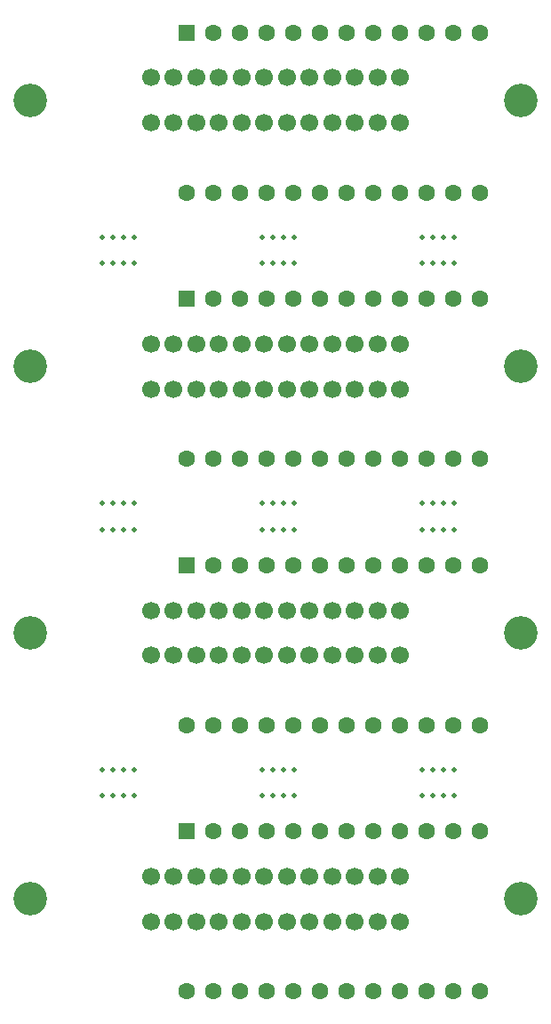
<source format=gbr>
G04 #@! TF.GenerationSoftware,KiCad,Pcbnew,5.1.7-a382d34a8~87~ubuntu20.04.1*
G04 #@! TF.CreationDate,2020-11-15T14:28:19+09:00*
G04 #@! TF.ProjectId,adapter-panel,61646170-7465-4722-9d70-616e656c2e6b,rev?*
G04 #@! TF.SameCoordinates,Original*
G04 #@! TF.FileFunction,Soldermask,Top*
G04 #@! TF.FilePolarity,Negative*
%FSLAX46Y46*%
G04 Gerber Fmt 4.6, Leading zero omitted, Abs format (unit mm)*
G04 Created by KiCad (PCBNEW 5.1.7-a382d34a8~87~ubuntu20.04.1) date 2020-11-15 14:28:19*
%MOMM*%
%LPD*%
G01*
G04 APERTURE LIST*
%ADD10C,0.500000*%
%ADD11C,1.700000*%
%ADD12C,3.200000*%
%ADD13R,1.600000X1.600000*%
%ADD14C,1.600000*%
G04 APERTURE END LIST*
D10*
G04 #@! TO.C,REF\u002A\u002A*
X106520006Y-138819026D03*
G04 #@! TD*
G04 #@! TO.C,REF\u002A\u002A*
X105520006Y-138819025D03*
G04 #@! TD*
G04 #@! TO.C,REF\u002A\u002A*
X104520006Y-138819025D03*
G04 #@! TD*
G04 #@! TO.C,REF\u002A\u002A*
X103520006Y-138819024D03*
G04 #@! TD*
G04 #@! TO.C,REF\u002A\u002A*
X91280004Y-138819017D03*
G04 #@! TD*
G04 #@! TO.C,REF\u002A\u002A*
X90280004Y-138819016D03*
G04 #@! TD*
G04 #@! TO.C,REF\u002A\u002A*
X89280004Y-138819016D03*
G04 #@! TD*
G04 #@! TO.C,REF\u002A\u002A*
X88280004Y-138819015D03*
G04 #@! TD*
G04 #@! TO.C,REF\u002A\u002A*
X76040001Y-138819008D03*
G04 #@! TD*
G04 #@! TO.C,REF\u002A\u002A*
X75040001Y-138819007D03*
G04 #@! TD*
G04 #@! TO.C,REF\u002A\u002A*
X74040001Y-138819007D03*
G04 #@! TD*
G04 #@! TO.C,REF\u002A\u002A*
X73040001Y-138819006D03*
G04 #@! TD*
G04 #@! TO.C,REF\u002A\u002A*
X103520006Y-136321005D03*
G04 #@! TD*
G04 #@! TO.C,REF\u002A\u002A*
X104520006Y-136321005D03*
G04 #@! TD*
G04 #@! TO.C,REF\u002A\u002A*
X105520006Y-136321004D03*
G04 #@! TD*
G04 #@! TO.C,REF\u002A\u002A*
X106520006Y-136321004D03*
G04 #@! TD*
G04 #@! TO.C,REF\u002A\u002A*
X88280004Y-136321011D03*
G04 #@! TD*
G04 #@! TO.C,REF\u002A\u002A*
X89280004Y-136321011D03*
G04 #@! TD*
G04 #@! TO.C,REF\u002A\u002A*
X90280004Y-136321010D03*
G04 #@! TD*
G04 #@! TO.C,REF\u002A\u002A*
X91280004Y-136321010D03*
G04 #@! TD*
G04 #@! TO.C,REF\u002A\u002A*
X73040001Y-136321017D03*
G04 #@! TD*
G04 #@! TO.C,REF\u002A\u002A*
X74040001Y-136321017D03*
G04 #@! TD*
G04 #@! TO.C,REF\u002A\u002A*
X75040001Y-136321016D03*
G04 #@! TD*
G04 #@! TO.C,REF\u002A\u002A*
X76040001Y-136321016D03*
G04 #@! TD*
G04 #@! TO.C,REF\u002A\u002A*
X106520006Y-113459017D03*
G04 #@! TD*
G04 #@! TO.C,REF\u002A\u002A*
X105520006Y-113459017D03*
G04 #@! TD*
G04 #@! TO.C,REF\u002A\u002A*
X104520006Y-113459016D03*
G04 #@! TD*
G04 #@! TO.C,REF\u002A\u002A*
X103520006Y-113459016D03*
G04 #@! TD*
G04 #@! TO.C,REF\u002A\u002A*
X91280004Y-113459011D03*
G04 #@! TD*
G04 #@! TO.C,REF\u002A\u002A*
X90280004Y-113459011D03*
G04 #@! TD*
G04 #@! TO.C,REF\u002A\u002A*
X89280004Y-113459010D03*
G04 #@! TD*
G04 #@! TO.C,REF\u002A\u002A*
X88280004Y-113459010D03*
G04 #@! TD*
G04 #@! TO.C,REF\u002A\u002A*
X76040001Y-113459005D03*
G04 #@! TD*
G04 #@! TO.C,REF\u002A\u002A*
X75040001Y-113459005D03*
G04 #@! TD*
G04 #@! TO.C,REF\u002A\u002A*
X74040001Y-113459004D03*
G04 #@! TD*
G04 #@! TO.C,REF\u002A\u002A*
X73040001Y-113459004D03*
G04 #@! TD*
G04 #@! TO.C,REF\u002A\u002A*
X103520006Y-110961002D03*
G04 #@! TD*
G04 #@! TO.C,REF\u002A\u002A*
X104520006Y-110961002D03*
G04 #@! TD*
G04 #@! TO.C,REF\u002A\u002A*
X105520006Y-110961002D03*
G04 #@! TD*
G04 #@! TO.C,REF\u002A\u002A*
X106520006Y-110961002D03*
G04 #@! TD*
G04 #@! TO.C,REF\u002A\u002A*
X88280004Y-110961005D03*
G04 #@! TD*
G04 #@! TO.C,REF\u002A\u002A*
X89280004Y-110961005D03*
G04 #@! TD*
G04 #@! TO.C,REF\u002A\u002A*
X90280004Y-110961005D03*
G04 #@! TD*
G04 #@! TO.C,REF\u002A\u002A*
X91280004Y-110961005D03*
G04 #@! TD*
G04 #@! TO.C,REF\u002A\u002A*
X73040001Y-110961008D03*
G04 #@! TD*
G04 #@! TO.C,REF\u002A\u002A*
X74040001Y-110961008D03*
G04 #@! TD*
G04 #@! TO.C,REF\u002A\u002A*
X75040001Y-110961008D03*
G04 #@! TD*
G04 #@! TO.C,REF\u002A\u002A*
X76040001Y-110961008D03*
G04 #@! TD*
G04 #@! TO.C,REF\u002A\u002A*
X106520006Y-88099008D03*
G04 #@! TD*
G04 #@! TO.C,REF\u002A\u002A*
X105520006Y-88099008D03*
G04 #@! TD*
G04 #@! TO.C,REF\u002A\u002A*
X104520006Y-88099008D03*
G04 #@! TD*
G04 #@! TO.C,REF\u002A\u002A*
X103520006Y-88099008D03*
G04 #@! TD*
G04 #@! TO.C,REF\u002A\u002A*
X91280004Y-88099005D03*
G04 #@! TD*
G04 #@! TO.C,REF\u002A\u002A*
X90280004Y-88099005D03*
G04 #@! TD*
G04 #@! TO.C,REF\u002A\u002A*
X89280004Y-88099005D03*
G04 #@! TD*
G04 #@! TO.C,REF\u002A\u002A*
X88280004Y-88099005D03*
G04 #@! TD*
G04 #@! TO.C,REF\u002A\u002A*
X76040001Y-88099002D03*
G04 #@! TD*
G04 #@! TO.C,REF\u002A\u002A*
X75040001Y-88099002D03*
G04 #@! TD*
G04 #@! TO.C,REF\u002A\u002A*
X74040001Y-88099002D03*
G04 #@! TD*
G04 #@! TO.C,REF\u002A\u002A*
X73040001Y-88099002D03*
G04 #@! TD*
G04 #@! TO.C,REF\u002A\u002A*
X103520006Y-85601000D03*
G04 #@! TD*
G04 #@! TO.C,REF\u002A\u002A*
X104520006Y-85601000D03*
G04 #@! TD*
G04 #@! TO.C,REF\u002A\u002A*
X105520006Y-85601000D03*
G04 #@! TD*
G04 #@! TO.C,REF\u002A\u002A*
X106520006Y-85601000D03*
G04 #@! TD*
G04 #@! TO.C,REF\u002A\u002A*
X88280004Y-85601000D03*
G04 #@! TD*
G04 #@! TO.C,REF\u002A\u002A*
X89280004Y-85601000D03*
G04 #@! TD*
G04 #@! TO.C,REF\u002A\u002A*
X90280004Y-85601000D03*
G04 #@! TD*
G04 #@! TO.C,REF\u002A\u002A*
X91280004Y-85601000D03*
G04 #@! TD*
G04 #@! TO.C,REF\u002A\u002A*
X73040001Y-85601000D03*
G04 #@! TD*
G04 #@! TO.C,REF\u002A\u002A*
X74040001Y-85601000D03*
G04 #@! TD*
G04 #@! TO.C,REF\u002A\u002A*
X75040001Y-85601000D03*
G04 #@! TD*
G04 #@! TO.C,REF\u002A\u002A*
X76040001Y-85601000D03*
G04 #@! TD*
D11*
G04 #@! TO.C,J1*
X101420000Y-150775033D03*
D12*
X112940000Y-148630033D03*
X66140000Y-148630033D03*
D11*
X99260000Y-150775033D03*
X97100000Y-150775033D03*
X94940000Y-150775033D03*
X92780000Y-150775033D03*
X90620000Y-150775033D03*
X88460000Y-150775033D03*
X86300000Y-150775033D03*
X84140000Y-150775033D03*
X81980000Y-150775033D03*
X79820000Y-150775033D03*
X77660000Y-150775033D03*
X101420000Y-146485033D03*
X99260000Y-146485033D03*
X97100000Y-146485033D03*
X94940000Y-146485033D03*
X92780000Y-146485033D03*
X90620000Y-146485033D03*
X88460000Y-146485033D03*
X86300000Y-146485033D03*
X84140000Y-146485033D03*
X81980000Y-146485033D03*
X79820000Y-146485033D03*
X77660000Y-146485033D03*
G04 #@! TD*
D13*
G04 #@! TO.C,U1*
X81093200Y-142172833D03*
D14*
X83633200Y-142172833D03*
X86173200Y-142172833D03*
X88713200Y-142172833D03*
X91253200Y-142172833D03*
X93793200Y-142172833D03*
X96333200Y-142172833D03*
X98873200Y-142172833D03*
X101413200Y-142172833D03*
X103953200Y-142172833D03*
X106493200Y-142172833D03*
X109033200Y-142172833D03*
X109033200Y-157412833D03*
X106493200Y-157412833D03*
X103953200Y-157412833D03*
X101413200Y-157412833D03*
X98873200Y-157412833D03*
X96333200Y-157412833D03*
X93793200Y-157412833D03*
X91253200Y-157412833D03*
X88713200Y-157412833D03*
X86173200Y-157412833D03*
X83633200Y-157412833D03*
X81093200Y-157412833D03*
G04 #@! TD*
D11*
G04 #@! TO.C,J1*
X101420000Y-125415022D03*
D12*
X112940000Y-123270022D03*
X66140000Y-123270022D03*
D11*
X99260000Y-125415022D03*
X97100000Y-125415022D03*
X94940000Y-125415022D03*
X92780000Y-125415022D03*
X90620000Y-125415022D03*
X88460000Y-125415022D03*
X86300000Y-125415022D03*
X84140000Y-125415022D03*
X81980000Y-125415022D03*
X79820000Y-125415022D03*
X77660000Y-125415022D03*
X101420000Y-121125022D03*
X99260000Y-121125022D03*
X97100000Y-121125022D03*
X94940000Y-121125022D03*
X92780000Y-121125022D03*
X90620000Y-121125022D03*
X88460000Y-121125022D03*
X86300000Y-121125022D03*
X84140000Y-121125022D03*
X81980000Y-121125022D03*
X79820000Y-121125022D03*
X77660000Y-121125022D03*
G04 #@! TD*
D13*
G04 #@! TO.C,U1*
X81093200Y-116812822D03*
D14*
X83633200Y-116812822D03*
X86173200Y-116812822D03*
X88713200Y-116812822D03*
X91253200Y-116812822D03*
X93793200Y-116812822D03*
X96333200Y-116812822D03*
X98873200Y-116812822D03*
X101413200Y-116812822D03*
X103953200Y-116812822D03*
X106493200Y-116812822D03*
X109033200Y-116812822D03*
X109033200Y-132052822D03*
X106493200Y-132052822D03*
X103953200Y-132052822D03*
X101413200Y-132052822D03*
X98873200Y-132052822D03*
X96333200Y-132052822D03*
X93793200Y-132052822D03*
X91253200Y-132052822D03*
X88713200Y-132052822D03*
X86173200Y-132052822D03*
X83633200Y-132052822D03*
X81093200Y-132052822D03*
G04 #@! TD*
D11*
G04 #@! TO.C,J1*
X101420000Y-100055011D03*
D12*
X112940000Y-97910011D03*
X66140000Y-97910011D03*
D11*
X99260000Y-100055011D03*
X97100000Y-100055011D03*
X94940000Y-100055011D03*
X92780000Y-100055011D03*
X90620000Y-100055011D03*
X88460000Y-100055011D03*
X86300000Y-100055011D03*
X84140000Y-100055011D03*
X81980000Y-100055011D03*
X79820000Y-100055011D03*
X77660000Y-100055011D03*
X101420000Y-95765011D03*
X99260000Y-95765011D03*
X97100000Y-95765011D03*
X94940000Y-95765011D03*
X92780000Y-95765011D03*
X90620000Y-95765011D03*
X88460000Y-95765011D03*
X86300000Y-95765011D03*
X84140000Y-95765011D03*
X81980000Y-95765011D03*
X79820000Y-95765011D03*
X77660000Y-95765011D03*
G04 #@! TD*
D13*
G04 #@! TO.C,U1*
X81093200Y-91452811D03*
D14*
X83633200Y-91452811D03*
X86173200Y-91452811D03*
X88713200Y-91452811D03*
X91253200Y-91452811D03*
X93793200Y-91452811D03*
X96333200Y-91452811D03*
X98873200Y-91452811D03*
X101413200Y-91452811D03*
X103953200Y-91452811D03*
X106493200Y-91452811D03*
X109033200Y-91452811D03*
X109033200Y-106692811D03*
X106493200Y-106692811D03*
X103953200Y-106692811D03*
X101413200Y-106692811D03*
X98873200Y-106692811D03*
X96333200Y-106692811D03*
X93793200Y-106692811D03*
X91253200Y-106692811D03*
X88713200Y-106692811D03*
X86173200Y-106692811D03*
X83633200Y-106692811D03*
X81093200Y-106692811D03*
G04 #@! TD*
D11*
G04 #@! TO.C,J1*
X101420000Y-74695000D03*
D12*
X112940000Y-72550000D03*
X66140000Y-72550000D03*
D11*
X99260000Y-74695000D03*
X97100000Y-74695000D03*
X94940000Y-74695000D03*
X92780000Y-74695000D03*
X90620000Y-74695000D03*
X88460000Y-74695000D03*
X86300000Y-74695000D03*
X84140000Y-74695000D03*
X81980000Y-74695000D03*
X79820000Y-74695000D03*
X77660000Y-74695000D03*
X101420000Y-70405000D03*
X99260000Y-70405000D03*
X97100000Y-70405000D03*
X94940000Y-70405000D03*
X92780000Y-70405000D03*
X90620000Y-70405000D03*
X88460000Y-70405000D03*
X86300000Y-70405000D03*
X84140000Y-70405000D03*
X81980000Y-70405000D03*
X79820000Y-70405000D03*
X77660000Y-70405000D03*
G04 #@! TD*
D13*
G04 #@! TO.C,U1*
X81093200Y-66092800D03*
D14*
X83633200Y-66092800D03*
X86173200Y-66092800D03*
X88713200Y-66092800D03*
X91253200Y-66092800D03*
X93793200Y-66092800D03*
X96333200Y-66092800D03*
X98873200Y-66092800D03*
X101413200Y-66092800D03*
X103953200Y-66092800D03*
X106493200Y-66092800D03*
X109033200Y-66092800D03*
X109033200Y-81332800D03*
X106493200Y-81332800D03*
X103953200Y-81332800D03*
X101413200Y-81332800D03*
X98873200Y-81332800D03*
X96333200Y-81332800D03*
X93793200Y-81332800D03*
X91253200Y-81332800D03*
X88713200Y-81332800D03*
X86173200Y-81332800D03*
X83633200Y-81332800D03*
X81093200Y-81332800D03*
G04 #@! TD*
M02*

</source>
